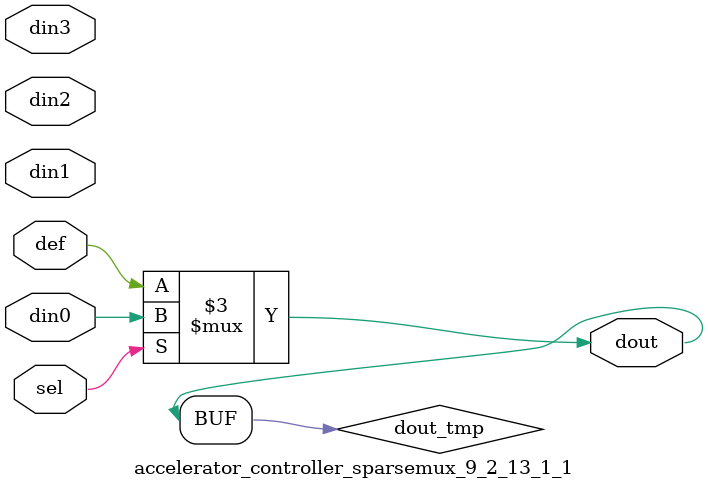
<source format=v>
`timescale 1ns / 1ps

module accelerator_controller_sparsemux_9_2_13_1_1 (din0,din1,din2,din3,def,sel,dout);

parameter din0_WIDTH = 1;

parameter din1_WIDTH = 1;

parameter din2_WIDTH = 1;

parameter din3_WIDTH = 1;

parameter def_WIDTH = 1;
parameter sel_WIDTH = 1;
parameter dout_WIDTH = 1;

parameter [sel_WIDTH-1:0] CASE0 = 1;

parameter [sel_WIDTH-1:0] CASE1 = 1;

parameter [sel_WIDTH-1:0] CASE2 = 1;

parameter [sel_WIDTH-1:0] CASE3 = 1;

parameter ID = 1;
parameter NUM_STAGE = 1;



input [din0_WIDTH-1:0] din0;

input [din1_WIDTH-1:0] din1;

input [din2_WIDTH-1:0] din2;

input [din3_WIDTH-1:0] din3;

input [def_WIDTH-1:0] def;
input [sel_WIDTH-1:0] sel;

output [dout_WIDTH-1:0] dout;



reg [dout_WIDTH-1:0] dout_tmp;


always @ (*) begin
(* parallel_case *) case (sel)
    
    CASE0 : dout_tmp = din0;
    
    CASE1 : dout_tmp = din1;
    
    CASE2 : dout_tmp = din2;
    
    CASE3 : dout_tmp = din3;
    
    default : dout_tmp = def;
endcase
end


assign dout = dout_tmp;



endmodule

</source>
